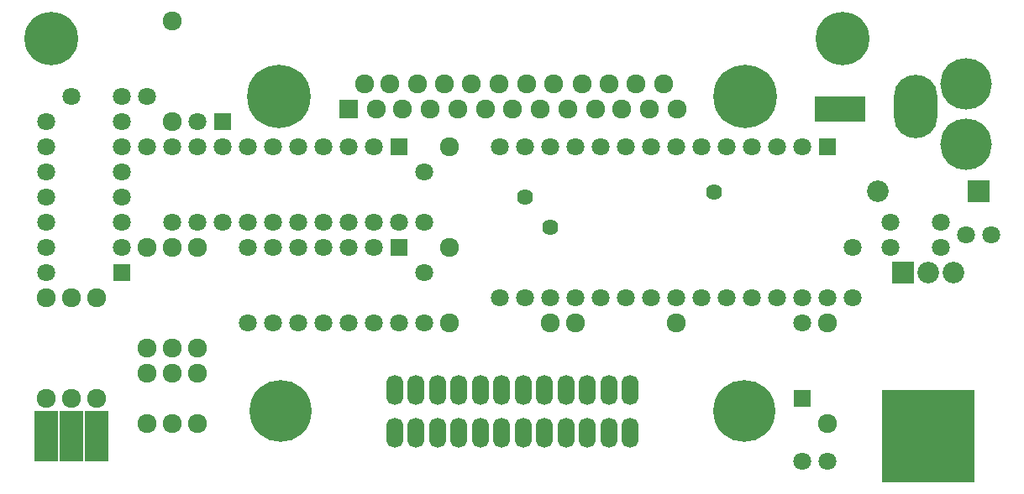
<source format=gts>
G04 (created by PCBNEW (2013-07-07 BZR 4022)-stable) date 28.12.2015 18:38:58*
%MOIN*%
G04 Gerber Fmt 3.4, Leading zero omitted, Abs format*
%FSLAX34Y34*%
G01*
G70*
G90*
G04 APERTURE LIST*
%ADD10C,0.00393701*%
%ADD11C,0.075748*%
%ADD12R,0.070748X0.070748*%
%ADD13C,0.070748*%
%ADD14C,0.251968*%
%ADD15R,0.075748X0.075748*%
%ADD16O,0.067748X0.119748*%
%ADD17C,0.245748*%
%ADD18R,0.085748X0.085748*%
%ADD19C,0.085748*%
%ADD20R,0.365748X0.365748*%
%ADD21R,0.0944882X0.102362*%
%ADD22R,0.102362X0.102362*%
%ADD23C,0.204748*%
%ADD24O,0.173228X0.251968*%
%ADD25C,0.212598*%
%ADD26C,0.063748*%
G04 APERTURE END LIST*
G54D10*
G54D11*
X17000Y-9500D03*
X17000Y-5500D03*
X3000Y-15500D03*
X3000Y-11500D03*
X2000Y-15500D03*
X2000Y-11500D03*
X1000Y-15500D03*
X1000Y-11500D03*
X6000Y-9500D03*
X6000Y-13500D03*
X17000Y-12500D03*
X21000Y-12500D03*
X6000Y-500D03*
X6000Y-4500D03*
X26000Y-12500D03*
X22000Y-12500D03*
X5000Y-13500D03*
X5000Y-9500D03*
X7000Y-13500D03*
X7000Y-9500D03*
X32000Y-12500D03*
X32000Y-16500D03*
G54D12*
X15000Y-5500D03*
G54D13*
X14000Y-5500D03*
X13000Y-5500D03*
X12000Y-5500D03*
X11000Y-5500D03*
X10000Y-5500D03*
X9000Y-5500D03*
X8000Y-5500D03*
X7000Y-5500D03*
X6000Y-5500D03*
X6000Y-8500D03*
X7000Y-8500D03*
X8000Y-8500D03*
X9000Y-8500D03*
X10000Y-8500D03*
X11000Y-8500D03*
X12000Y-8500D03*
X13000Y-8500D03*
X14000Y-8500D03*
X15000Y-8500D03*
G54D12*
X15000Y-9500D03*
G54D13*
X14000Y-9500D03*
X13000Y-9500D03*
X12000Y-9500D03*
X11000Y-9500D03*
X10000Y-9500D03*
X9000Y-9500D03*
X9000Y-12500D03*
X10000Y-12500D03*
X11000Y-12500D03*
X12000Y-12500D03*
X13000Y-12500D03*
X14000Y-12500D03*
X15000Y-12500D03*
G54D12*
X4000Y-10500D03*
G54D13*
X4000Y-9500D03*
X4000Y-8500D03*
X4000Y-7500D03*
X4000Y-6500D03*
X4000Y-5500D03*
X4000Y-4500D03*
X1000Y-4500D03*
X1000Y-5500D03*
X1000Y-6500D03*
X1000Y-7500D03*
X1000Y-8500D03*
X1000Y-9500D03*
X1000Y-10500D03*
G54D14*
X28750Y-3500D03*
X10250Y-3500D03*
G54D15*
X13000Y-4000D03*
G54D11*
X14100Y-4000D03*
X15150Y-4000D03*
X16250Y-4000D03*
X17350Y-4000D03*
X18450Y-4000D03*
X19500Y-4000D03*
X20600Y-4000D03*
X21700Y-4000D03*
X22800Y-4000D03*
X23850Y-4000D03*
X24950Y-4000D03*
X26050Y-4000D03*
X13620Y-3000D03*
X14620Y-3000D03*
X15720Y-3000D03*
X16800Y-3000D03*
X17880Y-3000D03*
X18980Y-3000D03*
X20060Y-3000D03*
X21140Y-3000D03*
X22260Y-3000D03*
X23320Y-3000D03*
X24400Y-3000D03*
X25500Y-3000D03*
G54D12*
X31000Y-15500D03*
G54D13*
X31000Y-12500D03*
X5000Y-5500D03*
X5000Y-3500D03*
X2000Y-3500D03*
X4000Y-3500D03*
X16000Y-8500D03*
X16000Y-6500D03*
X16000Y-12500D03*
X16000Y-10500D03*
X33000Y-11500D03*
X33000Y-9500D03*
X32000Y-18000D03*
X31000Y-18000D03*
G54D12*
X32000Y-5500D03*
G54D13*
X31000Y-5500D03*
X30000Y-5500D03*
X29000Y-5500D03*
X28000Y-5500D03*
X27000Y-5500D03*
X26000Y-5500D03*
X25000Y-5500D03*
X24000Y-5500D03*
X23000Y-5500D03*
X22000Y-5500D03*
X21000Y-5500D03*
X20000Y-5500D03*
X19000Y-5500D03*
X19000Y-11500D03*
X20000Y-11500D03*
X21000Y-11500D03*
X22000Y-11500D03*
X23000Y-11500D03*
X24000Y-11500D03*
X25000Y-11500D03*
X26000Y-11500D03*
X27000Y-11500D03*
X28000Y-11500D03*
X29000Y-11500D03*
X30000Y-11500D03*
X31000Y-11500D03*
X32000Y-11500D03*
G54D11*
X6000Y-14500D03*
X6000Y-16500D03*
X7000Y-14500D03*
X7000Y-16500D03*
X5000Y-14500D03*
X5000Y-16500D03*
G54D16*
X24175Y-15150D03*
X23325Y-15150D03*
X22475Y-15150D03*
X21625Y-15150D03*
X20775Y-15150D03*
X19925Y-15150D03*
X19075Y-15150D03*
X18225Y-15150D03*
X17375Y-15150D03*
X16525Y-15150D03*
X15675Y-15150D03*
X14825Y-15150D03*
X24175Y-16850D03*
X23325Y-16850D03*
X22475Y-16850D03*
X21625Y-16850D03*
X20775Y-16850D03*
X19925Y-16850D03*
X19075Y-16850D03*
X18225Y-16850D03*
X17375Y-16850D03*
X16525Y-16850D03*
X15675Y-16850D03*
X14825Y-16850D03*
G54D17*
X28710Y-16000D03*
X10290Y-16000D03*
G54D18*
X35000Y-10500D03*
G54D19*
X37000Y-10500D03*
X36000Y-10500D03*
G54D20*
X36000Y-17000D03*
G54D12*
X8000Y-4500D03*
G54D13*
X7000Y-4500D03*
G54D21*
X1000Y-17500D03*
X1000Y-16500D03*
X2000Y-17500D03*
X2000Y-16500D03*
X3000Y-17500D03*
X3000Y-16500D03*
G54D22*
X32000Y-4000D03*
X33000Y-4000D03*
G54D23*
X37500Y-3000D03*
X37500Y-5400D03*
G54D24*
X35500Y-3900D03*
G54D13*
X36500Y-8500D03*
X34500Y-8500D03*
X34500Y-9500D03*
X36500Y-9500D03*
X38500Y-9000D03*
X37500Y-9000D03*
G54D19*
X34000Y-7250D03*
G54D18*
X38000Y-7250D03*
G54D25*
X1200Y-1200D03*
X32600Y-1200D03*
G54D26*
X20000Y-7500D03*
X21000Y-8700D03*
X27500Y-7300D03*
M02*

</source>
